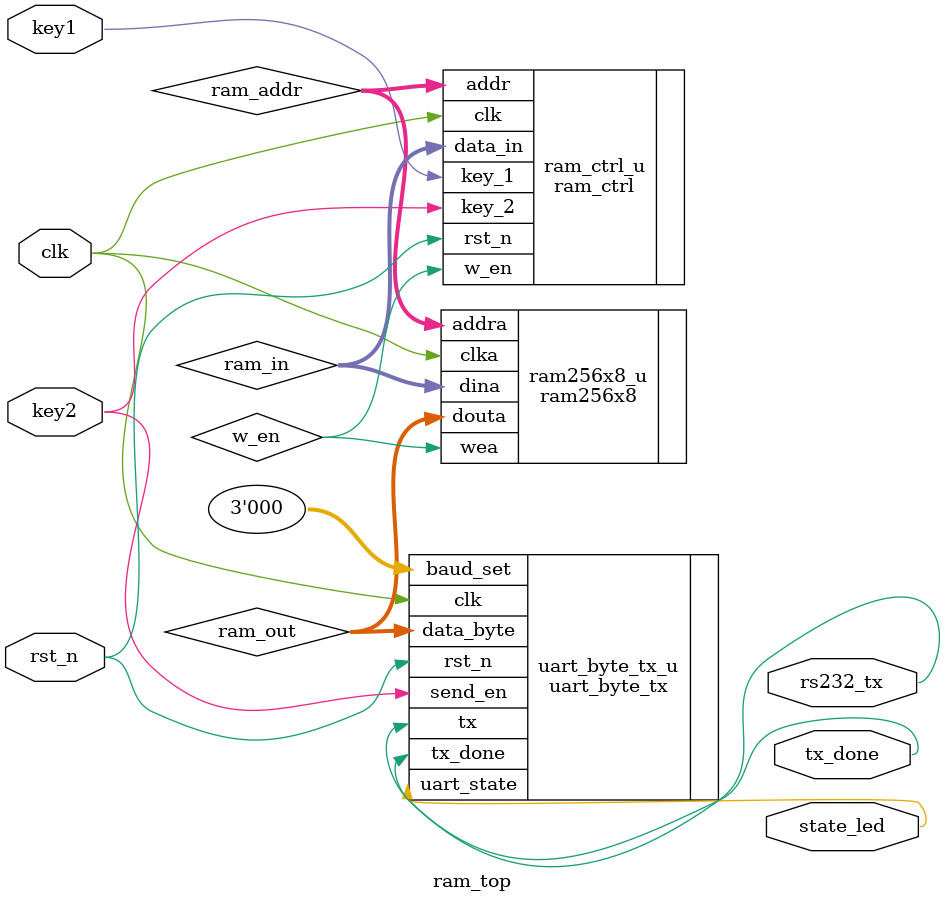
<source format=v>
`timescale 1ns / 1ps
module ram_top(
    input clk,
    input rst_n,
//    input key_1,
//    input key_2,

//仿真时去除按键消抖模块
    input key1,         //高电平有效
    input key2,

    output rs232_tx,
    output state_led,
    output tx_done
    );

    wire w_en;
    wire [7:0] ram_addr;
    wire [7:0] ram_in;
    wire [7:0] ram_out;

//    wire key_flag1, key_flag2, key_state1, key_state2;
//    wire key1, key2;
//    assign key1 = key_flag1 && !key_state1; 
//    assign key2 = key_flag2 && !key_state2;  

    ram256x8 ram256x8_u (
        .clka(clk), // input clka
        .wea(w_en), // input [0 : 0] wea
        .addra(ram_addr), // input [7 : 0] addra
        .dina(ram_in), // input [7 : 0] dina
        .douta(ram_out) // output [7 : 0] douta
);

//    key_filter key_u1(
//        .clk(clk),
//        .rst_n(rst_n),
//        .key_in(key_1),
//        .key_flag(key_flag1),
//        .key_state(key_state1)
//        );
//
//    key_filter key_u2(
//        .clk(clk),
//        .rst_n(rst_n),
//        .key_in(key_2),
//        .key_flag(key_flag2),
//        .key_state(key_state2)
//        );

    ram_ctrl ram_ctrl_u(
    .key_1(key1),
    .rst_n(rst_n),
    .clk(clk),
    .key_2(key2),

    .w_en(w_en),
    .addr(ram_addr),
    .data_in(ram_in)
    );

    uart_byte_tx uart_byte_tx_u(
	.clk(clk),
	.rst_n(rst_n),
	.data_byte(ram_out),
	.send_en(key2),
	.baud_set(3'd0),

	.tx(rs232_tx),
	.tx_done(tx_done),
	.uart_state(state_led)
);

    


endmodule

</source>
